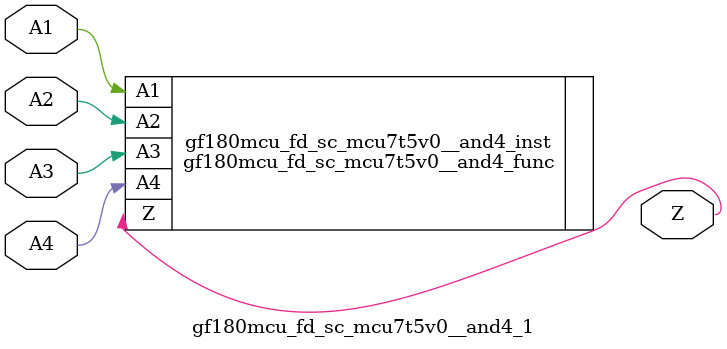
<source format=v>

`ifndef GF180MCU_FD_SC_MCU7T5V0__AND4_1_V
`define GF180MCU_FD_SC_MCU7T5V0__AND4_1_V

`include gf180mcu_fd_sc_mcu7t5v0__and4.v

`ifdef USE_POWER_PINS
module gf180mcu_fd_sc_mcu7t5v0__and4_1( A1, A2, A3, A4, Z, VDD, VSS );
inout VDD, VSS;
`else // If not USE_POWER_PINS
module gf180mcu_fd_sc_mcu7t5v0__and4_1( A1, A2, A3, A4, Z );
`endif // If not USE_POWER_PINS
input A1, A2, A3, A4;
output Z;

`ifdef USE_POWER_PINS
  gf180mcu_fd_sc_mcu7t5v0__and4_func gf180mcu_fd_sc_mcu7t5v0__and4_inst(.A1(A1),.A2(A2),.A3(A3),.A4(A4),.Z(Z),.VDD(VDD),.VSS(VSS));
`else // If not USE_POWER_PINS
  gf180mcu_fd_sc_mcu7t5v0__and4_func gf180mcu_fd_sc_mcu7t5v0__and4_inst(.A1(A1),.A2(A2),.A3(A3),.A4(A4),.Z(Z));
`endif // If not USE_POWER_PINS

`ifndef FUNCTIONAL
	// spec_gates_begin


	// spec_gates_end



   specify

	// specify_block_begin

	// comb arc A1 --> Z
	 (A1 => Z) = (1.0,1.0);

	// comb arc A2 --> Z
	 (A2 => Z) = (1.0,1.0);

	// comb arc A3 --> Z
	 (A3 => Z) = (1.0,1.0);

	// comb arc A4 --> Z
	 (A4 => Z) = (1.0,1.0);

	// specify_block_end

   endspecify

   `endif

endmodule
`endif // GF180MCU_FD_SC_MCU7T5V0__AND4_1_V

</source>
